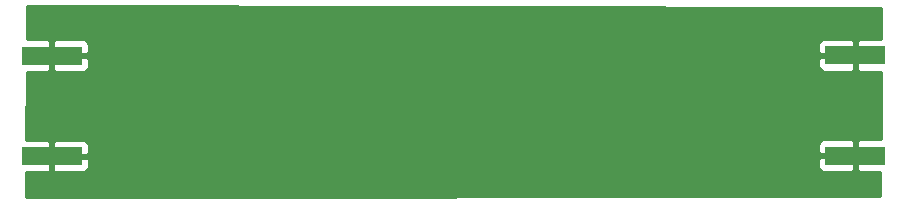
<source format=gbr>
G04 #@! TF.GenerationSoftware,KiCad,Pcbnew,(6.0.0-rc1-dev-305-gf0b8b21)*
G04 #@! TF.CreationDate,2020-01-09T18:10:56-08:00*
G04 #@! TF.ProjectId,29.4MHz Bandpass Filter Rev0.1,32392E344D487A2042616E6470617373,rev?*
G04 #@! TF.SameCoordinates,Original*
G04 #@! TF.FileFunction,Copper,L2,Bot,Signal*
G04 #@! TF.FilePolarity,Positive*
%FSLAX46Y46*%
G04 Gerber Fmt 4.6, Leading zero omitted, Abs format (unit mm)*
G04 Created by KiCad (PCBNEW (6.0.0-rc1-dev-305-gf0b8b21)) date Thursday, January 09, 2020 at 06:10:56 PM*
%MOMM*%
%LPD*%
G01*
G04 APERTURE LIST*
G04 #@! TA.AperFunction,SMDPad,CuDef*
%ADD10R,5.080000X1.500000*%
G04 #@! TD*
G04 #@! TA.AperFunction,Conductor*
%ADD11C,0.254000*%
G04 #@! TD*
G04 APERTURE END LIST*
D10*
G04 #@! TO.P,J1,2*
G04 #@! TO.N,GND*
X117779800Y-64227600D03*
X117779800Y-55727600D03*
G04 #@! TD*
G04 #@! TO.P,J2,2*
G04 #@! TO.N,GND*
X185826400Y-64194000D03*
X185826400Y-55694000D03*
G04 #@! TD*
D11*
G04 #@! TO.N,GND*
G36*
X188032712Y-51662285D02*
X188017143Y-54309000D01*
X186112150Y-54309000D01*
X185953400Y-54467750D01*
X185953400Y-55567000D01*
X185973400Y-55567000D01*
X185973400Y-55821000D01*
X185953400Y-55821000D01*
X185953400Y-56920250D01*
X186112150Y-57079000D01*
X188000849Y-57079000D01*
X187967143Y-62809000D01*
X186112150Y-62809000D01*
X185953400Y-62967750D01*
X185953400Y-64067000D01*
X185973400Y-64067000D01*
X185973400Y-64321000D01*
X185953400Y-64321000D01*
X185953400Y-65420250D01*
X186112150Y-65579000D01*
X187950849Y-65579000D01*
X187938869Y-67615653D01*
X115646764Y-67665545D01*
X115649762Y-65612600D01*
X117494050Y-65612600D01*
X117652800Y-65453850D01*
X117652800Y-64354600D01*
X117906800Y-64354600D01*
X117906800Y-65453850D01*
X118065550Y-65612600D01*
X120446110Y-65612600D01*
X120679499Y-65515927D01*
X120858127Y-65337298D01*
X120954800Y-65103909D01*
X120954800Y-64513350D01*
X120921200Y-64479750D01*
X182651400Y-64479750D01*
X182651400Y-65070309D01*
X182748073Y-65303698D01*
X182926701Y-65482327D01*
X183160090Y-65579000D01*
X185540650Y-65579000D01*
X185699400Y-65420250D01*
X185699400Y-64321000D01*
X182810150Y-64321000D01*
X182651400Y-64479750D01*
X120921200Y-64479750D01*
X120796050Y-64354600D01*
X117906800Y-64354600D01*
X117652800Y-64354600D01*
X117632800Y-64354600D01*
X117632800Y-64100600D01*
X117652800Y-64100600D01*
X117652800Y-63001350D01*
X117906800Y-63001350D01*
X117906800Y-64100600D01*
X120796050Y-64100600D01*
X120954800Y-63941850D01*
X120954800Y-63351291D01*
X120940883Y-63317691D01*
X182651400Y-63317691D01*
X182651400Y-63908250D01*
X182810150Y-64067000D01*
X185699400Y-64067000D01*
X185699400Y-62967750D01*
X185540650Y-62809000D01*
X183160090Y-62809000D01*
X182926701Y-62905673D01*
X182748073Y-63084302D01*
X182651400Y-63317691D01*
X120940883Y-63317691D01*
X120858127Y-63117902D01*
X120679499Y-62939273D01*
X120446110Y-62842600D01*
X118065550Y-62842600D01*
X117906800Y-63001350D01*
X117652800Y-63001350D01*
X117494050Y-62842600D01*
X115653805Y-62842600D01*
X115662170Y-57112600D01*
X117494050Y-57112600D01*
X117652800Y-56953850D01*
X117652800Y-55854600D01*
X117906800Y-55854600D01*
X117906800Y-56953850D01*
X118065550Y-57112600D01*
X120446110Y-57112600D01*
X120679499Y-57015927D01*
X120858127Y-56837298D01*
X120954800Y-56603909D01*
X120954800Y-56013350D01*
X120921200Y-55979750D01*
X182651400Y-55979750D01*
X182651400Y-56570309D01*
X182748073Y-56803698D01*
X182926701Y-56982327D01*
X183160090Y-57079000D01*
X185540650Y-57079000D01*
X185699400Y-56920250D01*
X185699400Y-55821000D01*
X182810150Y-55821000D01*
X182651400Y-55979750D01*
X120921200Y-55979750D01*
X120796050Y-55854600D01*
X117906800Y-55854600D01*
X117652800Y-55854600D01*
X117632800Y-55854600D01*
X117632800Y-55600600D01*
X117652800Y-55600600D01*
X117652800Y-54501350D01*
X117906800Y-54501350D01*
X117906800Y-55600600D01*
X120796050Y-55600600D01*
X120954800Y-55441850D01*
X120954800Y-54851291D01*
X120940883Y-54817691D01*
X182651400Y-54817691D01*
X182651400Y-55408250D01*
X182810150Y-55567000D01*
X185699400Y-55567000D01*
X185699400Y-54467750D01*
X185540650Y-54309000D01*
X183160090Y-54309000D01*
X182926701Y-54405673D01*
X182748073Y-54584302D01*
X182651400Y-54817691D01*
X120940883Y-54817691D01*
X120858127Y-54617902D01*
X120679499Y-54439273D01*
X120446110Y-54342600D01*
X118065550Y-54342600D01*
X117906800Y-54501350D01*
X117652800Y-54501350D01*
X117494050Y-54342600D01*
X115666214Y-54342600D01*
X115670273Y-51562474D01*
X188032712Y-51662285D01*
X188032712Y-51662285D01*
G37*
X188032712Y-51662285D02*
X188017143Y-54309000D01*
X186112150Y-54309000D01*
X185953400Y-54467750D01*
X185953400Y-55567000D01*
X185973400Y-55567000D01*
X185973400Y-55821000D01*
X185953400Y-55821000D01*
X185953400Y-56920250D01*
X186112150Y-57079000D01*
X188000849Y-57079000D01*
X187967143Y-62809000D01*
X186112150Y-62809000D01*
X185953400Y-62967750D01*
X185953400Y-64067000D01*
X185973400Y-64067000D01*
X185973400Y-64321000D01*
X185953400Y-64321000D01*
X185953400Y-65420250D01*
X186112150Y-65579000D01*
X187950849Y-65579000D01*
X187938869Y-67615653D01*
X115646764Y-67665545D01*
X115649762Y-65612600D01*
X117494050Y-65612600D01*
X117652800Y-65453850D01*
X117652800Y-64354600D01*
X117906800Y-64354600D01*
X117906800Y-65453850D01*
X118065550Y-65612600D01*
X120446110Y-65612600D01*
X120679499Y-65515927D01*
X120858127Y-65337298D01*
X120954800Y-65103909D01*
X120954800Y-64513350D01*
X120921200Y-64479750D01*
X182651400Y-64479750D01*
X182651400Y-65070309D01*
X182748073Y-65303698D01*
X182926701Y-65482327D01*
X183160090Y-65579000D01*
X185540650Y-65579000D01*
X185699400Y-65420250D01*
X185699400Y-64321000D01*
X182810150Y-64321000D01*
X182651400Y-64479750D01*
X120921200Y-64479750D01*
X120796050Y-64354600D01*
X117906800Y-64354600D01*
X117652800Y-64354600D01*
X117632800Y-64354600D01*
X117632800Y-64100600D01*
X117652800Y-64100600D01*
X117652800Y-63001350D01*
X117906800Y-63001350D01*
X117906800Y-64100600D01*
X120796050Y-64100600D01*
X120954800Y-63941850D01*
X120954800Y-63351291D01*
X120940883Y-63317691D01*
X182651400Y-63317691D01*
X182651400Y-63908250D01*
X182810150Y-64067000D01*
X185699400Y-64067000D01*
X185699400Y-62967750D01*
X185540650Y-62809000D01*
X183160090Y-62809000D01*
X182926701Y-62905673D01*
X182748073Y-63084302D01*
X182651400Y-63317691D01*
X120940883Y-63317691D01*
X120858127Y-63117902D01*
X120679499Y-62939273D01*
X120446110Y-62842600D01*
X118065550Y-62842600D01*
X117906800Y-63001350D01*
X117652800Y-63001350D01*
X117494050Y-62842600D01*
X115653805Y-62842600D01*
X115662170Y-57112600D01*
X117494050Y-57112600D01*
X117652800Y-56953850D01*
X117652800Y-55854600D01*
X117906800Y-55854600D01*
X117906800Y-56953850D01*
X118065550Y-57112600D01*
X120446110Y-57112600D01*
X120679499Y-57015927D01*
X120858127Y-56837298D01*
X120954800Y-56603909D01*
X120954800Y-56013350D01*
X120921200Y-55979750D01*
X182651400Y-55979750D01*
X182651400Y-56570309D01*
X182748073Y-56803698D01*
X182926701Y-56982327D01*
X183160090Y-57079000D01*
X185540650Y-57079000D01*
X185699400Y-56920250D01*
X185699400Y-55821000D01*
X182810150Y-55821000D01*
X182651400Y-55979750D01*
X120921200Y-55979750D01*
X120796050Y-55854600D01*
X117906800Y-55854600D01*
X117652800Y-55854600D01*
X117632800Y-55854600D01*
X117632800Y-55600600D01*
X117652800Y-55600600D01*
X117652800Y-54501350D01*
X117906800Y-54501350D01*
X117906800Y-55600600D01*
X120796050Y-55600600D01*
X120954800Y-55441850D01*
X120954800Y-54851291D01*
X120940883Y-54817691D01*
X182651400Y-54817691D01*
X182651400Y-55408250D01*
X182810150Y-55567000D01*
X185699400Y-55567000D01*
X185699400Y-54467750D01*
X185540650Y-54309000D01*
X183160090Y-54309000D01*
X182926701Y-54405673D01*
X182748073Y-54584302D01*
X182651400Y-54817691D01*
X120940883Y-54817691D01*
X120858127Y-54617902D01*
X120679499Y-54439273D01*
X120446110Y-54342600D01*
X118065550Y-54342600D01*
X117906800Y-54501350D01*
X117652800Y-54501350D01*
X117494050Y-54342600D01*
X115666214Y-54342600D01*
X115670273Y-51562474D01*
X188032712Y-51662285D01*
G04 #@! TD*
M02*

</source>
